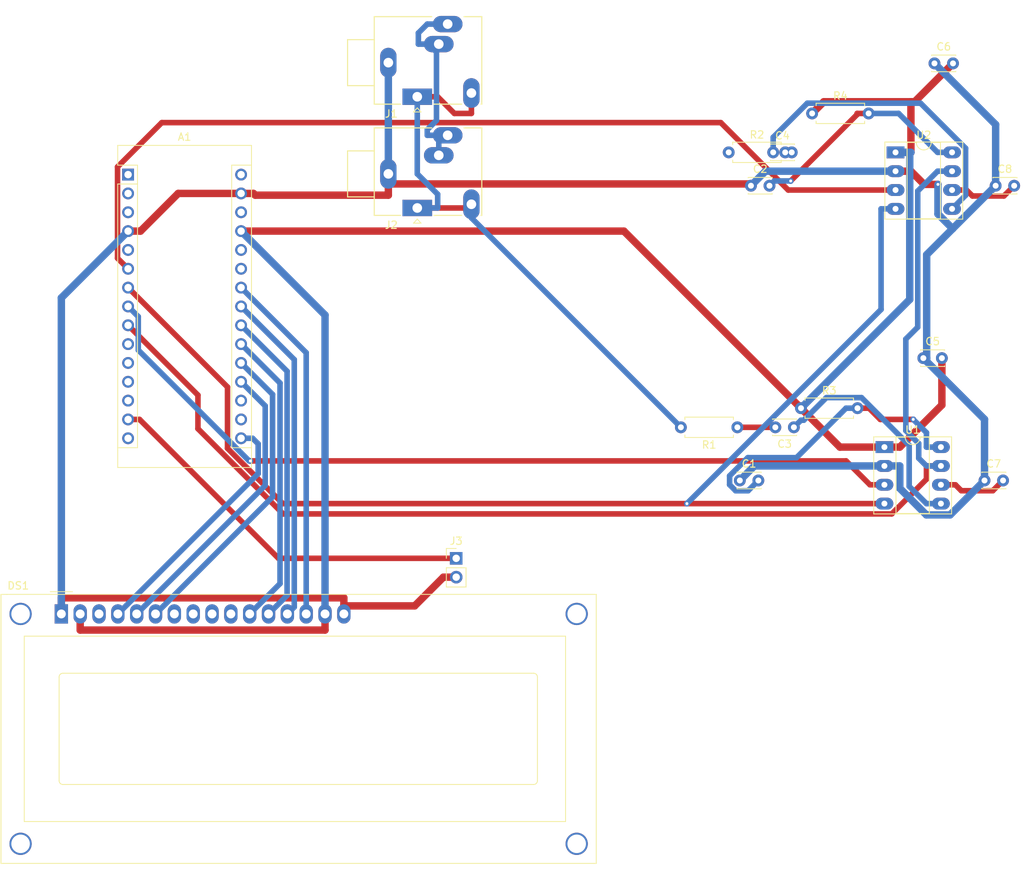
<source format=kicad_pcb>
(kicad_pcb (version 20211014) (generator pcbnew)
  (layers (0 "F.Cu" signal) (31 "B.Cu" signal) (34 "B.Paste" user) (35 "F.Paste" user) (36 "B.SilkS" user "B.Silkscreen") (37 "F.SilkS" user "F.Silkscreen") (38 "B.Mask" user) (39 "F.Mask" user) (44 "Edge.Cuts" user))
  (net 0 "")
  (net 1 "/LCD_RS")
  (net 4 "/WS2813_DRIVE")
  (net 5 "GND")
  (net 9 "VCC")
  (net 14 "/MSGEQ7_RESET")
  (net 15 "/LCD_D7")
  (net 16 "/MSGEQ7_DATA_R")
  (net 17 "/LCD_D6")
  (net 18 "/MSGEQ7_STROBE")
  (net 19 "/LCD_D5")
  (net 20 "/MSGEQ7_DATA_L")
  (net 21 "/LCD_D4")
  (net 23 "/LCD_EN")
  (net 24 "/LCD_RW")
  (net 28 "+3V3")
  (net 30 "Net-(C1-Pad2)")
  (net 31 "Net-(C2-Pad2)")
  (net 32 "Net-(C3-Pad2)")
  (net 33 "Net-(C3-Pad1)")
  (net 34 "Net-(C4-Pad2)")
  (net 35 "Net-(C4-Pad1)")
  (net 36 "Net-(C7-Pad2)")
  (net 37 "Net-(C8-Pad2)")
  (net 42 "/SPK_LEFT")
  (net 43 "/SPK_RIGHT")
  (footprint "Connector_Audio:Jack_3.5mm_Ledino_KB3SPRS_Horizontal" (layer "F.Cu") (at 78.75 39)
    (fp_text reference "J2" (at -3.5 2.3) (layer "F.SilkS"))
    (fp_text value "AudioJack3_SwitchTR")
    (fp_line (start 8.7 -10.8) (end 8.7 1) (layer "F.SilkS") (width 0.15))
    (fp_line (start -5.8 1) (end -5.8 -10.8) (layer "F.SilkS") (width 0.15))
    (fp_line (start -0.5 2.05) (end 0.5 2.05) (layer "F.SilkS") (width 0.12))
    (fp_line (start -5.8 -10.8) (end 1.95 -10.8) (layer "F.SilkS") (width 0.15))
    (fp_line (start -2.25 1) (end -5.8 1) (layer "F.SilkS") (width 0.15))
    (fp_line (start -9.4 -7.7) (end -9.4 -1.5) (layer "F.SilkS") (width 0.15))
    (fp_line (start 6.3 -10.8) (end 8.7 -10.8) (layer "F.SilkS") (width 0.15))
    (fp_line (start -5.8 -7.7) (end -9.4 -7.7) (layer "F.SilkS") (width 0.15))
    (fp_line (start 0.5 2.05) (end 0 1.5) (layer "F.SilkS") (width 0.12))
    (fp_line (start 8.7 1) (end 8.6 1) (layer "F.SilkS") (width 0.15))
    (fp_line (start 0 1.5) (end -0.5 2.05) (layer "F.SilkS") (width 0.12))
    (fp_line (start -9.4 -1.5) (end -5.8 -1.5) (layer "F.SilkS") (width 0.15))
    (fp_line (start 6 1) (end 2.25 1) (layer "F.SilkS") (width 0.15))
    (pad "R" thru_hole oval (at 4.1 -9.8) (size 4 2.2) (drill 1.3) (layers *.Cu *.Mask) (net 42 "/SPK_LEFT"))
    (pad "RN" thru_hole oval (at 2.9 -7.1) (size 4 2.2) (drill 1.3) (layers *.Cu *.Mask) (net 42 "/SPK_LEFT"))
    (pad "S" thru_hole oval (at -3.9 -4.6) (size 2.2 4) (drill 1.3) (layers *.Cu *.Mask) (net 5 "GND"))
    (pad "T" thru_hole rect (at 0 0) (size 4 2.2) (drill 1.3) (layers *.Cu *.Mask) (net 43 "/SPK_RIGHT"))
    (pad "TN" thru_hole oval (at 7.3 -0.5 90) (size 4 2.2) (drill 1.3) (layers *.Cu *.Mask) (net 43 "/SPK_RIGHT"))
  )
  (footprint "Resistor_THT:R_Axial_DIN0207_L6.3mm_D2.5mm_P7.62mm_Horizontal" (layer "F.Cu") (at 121.92 68.58 180)
    (fp_text reference "R1" (at 3.81 -2.37) (layer "F.SilkS"))
    (fp_text value "22k")
    (fp_line (start 0.54 1.37) (end 7.08 1.37) (layer "F.SilkS") (width 0.12))
    (fp_line (start 0.54 -1.37) (end 7.08 -1.37) (layer "F.SilkS") (width 0.12))
    (fp_line (start 7.08 1.37) (end 7.08 1.04) (layer "F.SilkS") (width 0.12))
    (fp_line (start 7.08 -1.37) (end 7.08 -1.04) (layer "F.SilkS") (width 0.12))
    (fp_line (start 0.54 -1.04) (end 0.54 -1.37) (layer "F.SilkS") (width 0.12))
    (fp_line (start 0.54 1.04) (end 0.54 1.37) (layer "F.SilkS") (width 0.12))
    (pad "1" thru_hole circle (at 0 0 180) (size 1.6 1.6) (drill 0.8) (layers *.Cu *.Mask) (net 32 "Net-(C3-Pad2)"))
    (pad "2" thru_hole oval (at 7.62 0 180) (size 1.6 1.6) (drill 0.8) (layers *.Cu *.Mask) (net 43 "/SPK_RIGHT"))
  )
  (footprint "Connector_Audio:Jack_3.5mm_Ledino_KB3SPRS_Horizontal" (layer "F.Cu") (at 78.75 24)
    (fp_text reference "J1" (at -3.5 2.3) (layer "F.SilkS"))
    (fp_text value "AudioJack3_SwitchTR")
    (fp_line (start -5.8 -10.8) (end 1.95 -10.8) (layer "F.SilkS") (width 0.15))
    (fp_line (start -5.8 1) (end -5.8 -10.8) (layer "F.SilkS") (width 0.15))
    (fp_line (start 8.7 -10.8) (end 8.7 1) (layer "F.SilkS") (width 0.15))
    (fp_line (start 6.3 -10.8) (end 8.7 -10.8) (layer "F.SilkS") (width 0.15))
    (fp_line (start 6 1) (end 2.25 1) (layer "F.SilkS") (width 0.15))
    (fp_line (start -9.4 -1.5) (end -5.8 -1.5) (layer "F.SilkS") (width 0.15))
    (fp_line (start -9.4 -7.7) (end -9.4 -1.5) (layer "F.SilkS") (width 0.15))
    (fp_line (start -2.25 1) (end -5.8 1) (layer "F.SilkS") (width 0.15))
    (fp_line (start 0 1.5) (end -0.5 2.05) (layer "F.SilkS") (width 0.12))
    (fp_line (start -5.8 -7.7) (end -9.4 -7.7) (layer "F.SilkS") (width 0.15))
    (fp_line (start 0.5 2.05) (end 0 1.5) (layer "F.SilkS") (width 0.12))
    (fp_line (start -0.5 2.05) (end 0.5 2.05) (layer "F.SilkS") (width 0.12))
    (fp_line (start 8.7 1) (end 8.6 1) (layer "F.SilkS") (width 0.15))
    (pad "R" thru_hole oval (at 4.1 -9.8) (size 4 2.2) (drill 1.3) (layers *.Cu *.Mask) (net 42 "/SPK_LEFT"))
    (pad "RN" thru_hole oval (at 2.9 -7.1) (size 4 2.2) (drill 1.3) (layers *.Cu *.Mask) (net 42 "/SPK_LEFT"))
    (pad "S" thru_hole oval (at -3.9 -4.6) (size 2.2 4) (drill 1.3) (layers *.Cu *.Mask) (net 5 "GND"))
    (pad "T" thru_hole rect (at 0 0) (size 4 2.2) (drill 1.3) (layers *.Cu *.Mask) (net 43 "/SPK_RIGHT"))
    (pad "TN" thru_hole oval (at 7.3 -0.5 90) (size 4 2.2) (drill 1.3) (layers *.Cu *.Mask) (net 43 "/SPK_RIGHT"))
  )
  (footprint "Capacitor_THT:C_Disc_D3.0mm_W2.0mm_P2.50mm" (layer "F.Cu") (at 148.5 19.5)
    (fp_text reference "C6" (at 1.25 -2.25) (layer "F.SilkS"))
    (fp_text value "0.1uF")
    (fp_line (start 2.87 -1.12) (end 2.87 -1.055) (layer "F.SilkS") (width 0.12))
    (fp_line (start -0.37 1.12) (end 2.87 1.12) (layer "F.SilkS") (width 0.12))
    (fp_line (start 2.87 1.055) (end 2.87 1.12) (layer "F.SilkS") (width 0.12))
    (fp_line (start -0.37 -1.12) (end -0.37 -1.055) (layer "F.SilkS") (width 0.12))
    (fp_line (start -0.37 1.055) (end -0.37 1.12) (layer "F.SilkS") (width 0.12))
    (fp_line (start -0.37 -1.12) (end 2.87 -1.12) (layer "F.SilkS") (width 0.12))
    (pad "1" thru_hole circle (at 0 0) (size 1.6 1.6) (drill 0.8) (layers *.Cu *.Mask) (net 5 "GND"))
    (pad "2" thru_hole circle (at 2.5 0) (size 1.6 1.6) (drill 0.8) (layers *.Cu *.Mask) (net 9 "VCC"))
  )
  (footprint "Module:Arduino_Nano" (layer "F.Cu") (at 39.75 34.5)
    (fp_text reference "A1" (at 7.62 -5.08) (layer "F.SilkS"))
    (fp_text value "Arduino_Nano_v3.x")
    (fp_line (start 1.27 36.83) (end -1.4 36.83) (layer "F.SilkS") (width 0.12))
    (fp_line (start 16.64 39.5) (end 16.64 -3.94) (layer "F.SilkS") (width 0.12))
    (fp_line (start 13.97 36.83) (end 16.64 36.83) (layer "F.SilkS") (width 0.12))
    (fp_line (start 16.64 -3.94) (end -1.4 -3.94) (layer "F.SilkS") (width 0.12))
    (fp_line (start 1.27 1.27) (end 1.27 -1.27) (layer "F.SilkS") (width 0.12))
    (fp_line (start 1.27 1.27) (end 1.27 36.83) (layer "F.SilkS") (width 0.12))
    (fp_line (start 1.27 1.27) (end -1.4 1.27) (layer "F.SilkS") (width 0.12))
    (fp_line (start 13.97 -1.27) (end 16.64 -1.27) (layer "F.SilkS") (width 0.12))
    (fp_line (start 13.97 -1.27) (end 13.97 36.83) (layer "F.SilkS") (width 0.12))
    (fp_line (start -1.4 1.27) (end -1.4 39.5) (layer "F.SilkS") (width 0.12))
    (fp_line (start -1.4 -3.94) (end -1.4 -1.27) (layer "F.SilkS") (width 0.12))
    (fp_line (start -1.4 39.5) (end 16.64 39.5) (layer "F.SilkS") (width 0.12))
    (fp_line (start 1.27 -1.27) (end -1.4 -1.27) (layer "F.SilkS") (width 0.12))
    (pad "1" thru_hole rect (at 0 0) (size 1.6 1.6) (drill 1) (layers *.Cu *.Mask))
    (pad "2" thru_hole oval (at 0 2.54) (size 1.6 1.6) (drill 1) (layers *.Cu *.Mask))
    (pad "3" thru_hole oval (at 0 5.08) (size 1.6 1.6) (drill 1) (layers *.Cu *.Mask))
    (pad "4" thru_hole oval (at 0 7.62) (size 1.6 1.6) (drill 1) (layers *.Cu *.Mask) (net 5 "GND"))
    (pad "5" thru_hole oval (at 0 10.16) (size 1.6 1.6) (drill 1) (layers *.Cu *.Mask))
    (pad "6" thru_hole oval (at 0 12.7) (size 1.6 1.6) (drill 1) (layers *.Cu *.Mask) (net 20 "/MSGEQ7_DATA_L"))
    (pad "7" thru_hole oval (at 0 15.24) (size 1.6 1.6) (drill 1) (layers *.Cu *.Mask) (net 18 "/MSGEQ7_STROBE"))
    (pad "8" thru_hole oval (at 0 17.78) (size 1.6 1.6) (drill 1) (layers *.Cu *.Mask) (net 16 "/MSGEQ7_DATA_R"))
    (pad "9" thru_hole oval (at 0 20.32) (size 1.6 1.6) (drill 1) (layers *.Cu *.Mask) (net 14 "/MSGEQ7_RESET"))
    (pad "10" thru_hole oval (at 0 22.86) (size 1.6 1.6) (drill 1) (layers *.Cu *.Mask))
    (pad "11" thru_hole oval (at 0 25.4) (size 1.6 1.6) (drill 1) (layers *.Cu *.Mask))
    (pad "12" thru_hole oval (at 0 27.94) (size 1.6 1.6) (drill 1) (layers *.Cu *.Mask))
    (pad "13" thru_hole oval (at 0 30.48) (size 1.6 1.6) (drill 1) (layers *.Cu *.Mask))
    (pad "14" thru_hole oval (at 0 33.02) (size 1.6 1.6) (drill 1) (layers *.Cu *.Mask) (net 4 "/WS2813_DRIVE"))
    (pad "15" thru_hole oval (at 0 35.56) (size 1.6 1.6) (drill 1) (layers *.Cu *.Mask))
    (pad "16" thru_hole oval (at 15.24 35.56) (size 1.6 1.6) (drill 1) (layers *.Cu *.Mask) (net 1 "/LCD_RS"))
    (pad "17" thru_hole oval (at 15.24 33.02) (size 1.6 1.6) (drill 1) (layers *.Cu *.Mask) (net 28 "+3V3"))
    (pad "18" thru_hole oval (at 15.24 30.48) (size 1.6 1.6) (drill 1) (layers *.Cu *.Mask))
    (pad "19" thru_hole oval (at 15.24 27.94) (size 1.6 1.6) (drill 1) (layers *.Cu *.Mask) (net 24 "/LCD_RW"))
    (pad "20" thru_hole oval (at 15.24 25.4) (size 1.6 1.6) (drill 1) (layers *.Cu *.Mask) (net 23 "/LCD_EN"))
    (pad "21" thru_hole oval (at 15.24 22.86) (size 1.6 1.6) (drill 1) (layers *.Cu *.Mask) (net 21 "/LCD_D4"))
    (pad "22" thru_hole oval (at 15.24 20.32) (size 1.6 1.6) (drill 1) (layers *.Cu *.Mask) (net 19 "/LCD_D5"))
    (pad "23" thru_hole oval (at 15.24 17.78) (size 1.6 1.6) (drill 1) (layers *.Cu *.Mask) (net 17 "/LCD_D6"))
    (pad "24" thru_hole oval (at 15.24 15.24) (size 1.6 1.6) (drill 1) (layers *.Cu *.Mask) (net 15 "/LCD_D7"))
    (pad "25" thru_hole oval (at 15.24 12.7) (size 1.6 1.6) (drill 1) (layers *.Cu *.Mask))
    (pad "26" thru_hole oval (at 15.24 10.16) (size 1.6 1.6) (drill 1) (layers *.Cu *.Mask))
    (pad "27" thru_hole oval (at 15.24 7.62) (size 1.6 1.6) (drill 1) (layers *.Cu *.Mask) (net 9 "VCC"))
    (pad "28" thru_hole oval (at 15.24 5.08) (size 1.6 1.6) (drill 1) (layers *.Cu *.Mask))
    (pad "29" thru_hole oval (at 15.24 2.54) (size 1.6 1.6) (drill 1) (layers *.Cu *.Mask) (net 5 "GND"))
    (pad "30" thru_hole oval (at 15.24 0) (size 1.6 1.6) (drill 1) (layers *.Cu *.Mask))
  )
  (footprint "Capacitor_THT:C_Disc_D3.0mm_W2.0mm_P2.50mm" (layer "F.Cu") (at 122.25 75.75)
    (fp_text reference "C1" (at 1.25 -2.25) (layer "F.SilkS"))
    (fp_text value "33pF")
    (fp_line (start 2.87 1.055) (end 2.87 1.12) (layer "F.SilkS") (width 0.12))
    (fp_line (start -0.37 1.055) (end -0.37 1.12) (layer "F.SilkS") (width 0.12))
    (fp_line (start -0.37 -1.12) (end -0.37 -1.055) (layer "F.SilkS") (width 0.12))
    (fp_line (start 2.87 -1.12) (end 2.87 -1.055) (layer "F.SilkS") (width 0.12))
    (fp_line (start -0.37 -1.12) (end 2.87 -1.12) (layer "F.SilkS") (width 0.12))
    (fp_line (start -0.37 1.12) (end 2.87 1.12) (layer "F.SilkS") (width 0.12))
    (pad "1" thru_hole circle (at 0 0) (size 1.6 1.6) (drill 0.8) (layers *.Cu *.Mask) (net 5 "GND"))
    (pad "2" thru_hole circle (at 2.5 0) (size 1.6 1.6) (drill 0.8) (layers *.Cu *.Mask) (net 30 "Net-(C1-Pad2)"))
  )
  (footprint "Capacitor_THT:C_Disc_D3.0mm_W2.0mm_P2.50mm" (layer "F.Cu") (at 126.75 31.5)
    (fp_text reference "C4" (at 1.25 -2.25) (layer "F.SilkS"))
    (fp_text value "10nF")
    (fp_line (start -0.37 1.12) (end 2.87 1.12) (layer "F.SilkS") (width 0.12))
    (fp_line (start -0.37 1.055) (end -0.37 1.12) (layer "F.SilkS") (width 0.12))
    (fp_line (start 2.87 1.055) (end 2.87 1.12) (layer "F.SilkS") (width 0.12))
    (fp_line (start -0.37 -1.12) (end -0.37 -1.055) (layer "F.SilkS") (width 0.12))
    (fp_line (start 2.87 -1.12) (end 2.87 -1.055) (layer "F.SilkS") (width 0.12))
    (fp_line (start -0.37 -1.12) (end 2.87 -1.12) (layer "F.SilkS") (width 0.12))
    (pad "1" thru_hole circle (at 0 0) (size 1.6 1.6) (drill 0.8) (layers *.Cu *.Mask) (net 35 "Net-(C4-Pad1)"))
    (pad "2" thru_hole circle (at 2.5 0) (size 1.6 1.6) (drill 0.8) (layers *.Cu *.Mask) (net 34 "Net-(C4-Pad2)"))
  )
  (footprint "Resistor_THT:R_Axial_DIN0207_L6.3mm_D2.5mm_P7.62mm_Horizontal" (layer "F.Cu") (at 132 26.25)
    (fp_text reference "R4" (at 3.81 -2.37) (layer "F.SilkS"))
    (fp_text value "200k")
    (fp_line (start 0.54 1.37) (end 7.08 1.37) (layer "F.SilkS") (width 0.12))
    (fp_line (start 7.08 -1.37) (end 7.08 -1.04) (layer "F.SilkS") (width 0.12))
    (fp_line (start 0.54 -1.37) (end 7.08 -1.37) (layer "F.SilkS") (width 0.12))
    (fp_line (start 7.08 1.37) (end 7.08 1.04) (layer "F.SilkS") (width 0.12))
    (fp_line (start 0.54 1.04) (end 0.54 1.37) (layer "F.SilkS") (width 0.12))
    (fp_line (start 0.54 -1.04) (end 0.54 -1.37) (layer "F.SilkS") (width 0.12))
    (pad "1" thru_hole circle (at 0 0) (size 1.6 1.6) (drill 0.8) (layers *.Cu *.Mask) (net 9 "VCC"))
    (pad "2" thru_hole oval (at 7.62 0) (size 1.6 1.6) (drill 0.8) (layers *.Cu *.Mask) (net 31 "Net-(C2-Pad2)"))
  )
  (footprint "Capacitor_THT:C_Disc_D3.0mm_W2.0mm_P2.50mm" (layer "F.Cu") (at 147 59.25)
    (fp_text reference "C5" (at 1.25 -2.25) (layer "F.SilkS"))
    (fp_text value "0.1uF")
    (fp_line (start 2.87 1.055) (end 2.87 1.12) (layer "F.SilkS") (width 0.12))
    (fp_line (start -0.37 1.055) (end -0.37 1.12) (layer "F.SilkS") (width 0.12))
    (fp_line (start 2.87 -1.12) (end 2.87 -1.055) (layer "F.SilkS") (width 0.12))
    (fp_line (start -0.37 -1.12) (end -0.37 -1.055) (layer "F.SilkS") (width 0.12))
    (fp_line (start -0.37 1.12) (end 2.87 1.12) (layer "F.SilkS") (width 0.12))
    (fp_line (start -0.37 -1.12) (end 2.87 -1.12) (layer "F.SilkS") (width 0.12))
    (pad "1" thru_hole circle (at 0 0) (size 1.6 1.6) (drill 0.8) (layers *.Cu *.Mask) (net 5 "GND"))
    (pad "2" thru_hole circle (at 2.5 0) (size 1.6 1.6) (drill 0.8) (layers *.Cu *.Mask) (net 9 "VCC"))
  )
  (footprint "Display:WC1602A" (layer "F.Cu") (at 30.75 93.75)
    (fp_text reference "DS1" (at -5.82 -3.81) (layer "F.SilkS"))
    (fp_text value "WC1602A")
    (fp_line (start 0.2 8) (end 63.7 8) (layer "F.SilkS") (width 0.12))
    (fp_line (start -8.14 -2.64) (end -8.14 33.64) (layer "F.SilkS") (width 0.12))
    (fp_line (start 64.2 8.5) (end 64.2 22.5) (layer "F.SilkS") (width 0.12))
    (fp_line (start 63.70066 23) (end 0.2 23) (layer "F.SilkS") (width 0.12))
    (fp_line (start -5 3) (end 68 3) (layer "F.SilkS") (width 0.12))
    (fp_line (start 72.14 -2.64) (end -7.34 -2.64) (layer "F.SilkS") (width 0.12))
    (fp_line (start -8.13 -2.64) (end -7.34 -2.64) (layer "F.SilkS") (width 0.12))
    (fp_line (start -5 28) (end -5 3) (layer "F.SilkS") (width 0.12))
    (fp_line (start 68 28) (end -5 28) (layer "F.SilkS") (width 0.12))
    (fp_line (start 68 3) (end 68 28) (layer "F.SilkS") (width 0.12))
    (fp_line (start -1.5 -3) (end 1.5 -3) (layer "F.SilkS") (width 0.12))
    (fp_line (start -8.14 33.64) (end 72.14 33.64) (layer "F.SilkS") (width 0.12))
    (fp_line (start -0.29972 22.49932) (end -0.29972 8.5) (layer "F.SilkS") (width 0.12))
    (fp_line (start 72.14 33.64) (end 72.14 -2.64) (layer "F.SilkS") (width 0.12))
    (fp_arc (start 0.20066 22.9997) (mid -0.153162 22.853142) (end -0.29972 22.49932) (layer "F.SilkS") (width 0.12))
    (fp_arc (start -0.29972 8.49884) (mid -0.153162 8.145018) (end 0.20066 7.99846) (layer "F.SilkS") (width 0.12))
    (fp_arc (start 64.20104 22.49932) (mid 64.054482 22.853142) (end 63.70066 22.9997) (layer "F.SilkS") (width 0.12))
    (fp_arc (start 63.7 8) (mid 64.053553 8.146447) (end 64.2 8.5) (layer "F.SilkS") (width 0.12))
    (pad "" thru_hole circle (at 69.49948 31.0007) (size 3 3) (drill 2.5) (layers *.Cu *.Mask))
    (pad "" thru_hole circle (at -5.4991 0) (size 3 3) (drill 2.5) (layers *.Cu *.Mask))
    (pad "" thru_hole circle (at 69.5 0) (size 3 3) (drill 2.5) (layers *.Cu *.Mask))
    (pad "" thru_hole circle (at -5.4991 31.0007) (size 3 3) (drill 2.5) (layers *.Cu *.Mask))
    (pad "1" thru_hole rect (at 0 0) (size 1.8 2.6) (drill 1.2) (layers *.Cu *.Mask) (net 5 "GND"))
    (pad "2" thru_hole oval (at 2.54 0) (size 1.8 2.6) (drill 1.2) (layers *.Cu *.Mask) (net 9 "VCC"))
    (pad "3" thru_hole oval (at 5.08 0) (size 1.8 2.6) (drill 1.2) (layers *.Cu *.Mask))
    (pad "4" thru_hole oval (at 7.62 0) (size 1.8 2.6) (drill 1.2) (layers *.Cu *.Mask) (net 1 "/LCD_RS"))
    (pad "5" thru_hole oval (at 10.16 0) (size 1.8 2.6) (drill 1.2) (layers *.Cu *.Mask) (net 24 "/LCD_RW"))
    (pad "6" thru_hole oval (at 12.7 0) (size 1.8 2.6) (drill 1.2) (layers *.Cu *.Mask) (net 23 "/LCD_EN"))
    (pad "7" thru_hole oval (at 15.24 0) (size 1.8 2.6) (drill 1.2) (layers *.Cu *.Mask))
    (pad "8" thru_hole oval (at 17.78 0) (size 1.8 2.6) (drill 1.2) (layers *.Cu *.Mask))
    (pad "9" thru_hole oval (at 20.32 0) (size 1.8 2.6) (drill 1.2) (layers *.Cu *.Mask))
    (pad "10" thru_hole oval (at 22.86 0) (size 1.8 2.6) (drill 1.2) (layers *.Cu *.Mask))
    (pad "11" thru_hole oval (at 25.4 0) (size 1.8 2.6) (drill 1.2) (layers *.Cu *.Mask) (net 21 "/LCD_D4"))
    (pad "12" thru_hole oval (at 27.94 0) (size 1.8 2.6) (drill 1.2) (layers *.Cu *.Mask) (net 19 "/LCD_D5"))
    (pad "13" thru_hole oval (at 30.48 0) (size 1.8 2.6) (drill 1.2) (layers *.Cu *.Mask) (net 17 "/LCD_D6"))
    (pad "14" thru_hole oval (at 33.02 0) (size 1.8 2.6) (drill 1.2) (layers *.Cu *.Mask) (net 15 "/LCD_D7"))
    (pad "15" thru_hole oval (at 35.56 0) (size 1.8 2.6) (drill 1.2) (layers *.Cu *.Mask) (net 9 "VCC"))
    (pad "16" thru_hole oval (at 38.1 0) (size 1.8 2.6) (drill 1.2) (layers *.Cu *.Mask) (net 5 "GND"))
  )
  (footprint "Capacitor_THT:C_Disc_D3.0mm_W2.0mm_P2.50mm" (layer "F.Cu") (at 156.75 36)
    (fp_text reference "C8" (at 1.25 -2.25) (layer "F.SilkS"))
    (fp_text value "0.1 uF")
    (fp_line (start -0.37 1.12) (end 2.87 1.12) (layer "F.SilkS") (width 0.12))
    (fp_line (start -0.37 -1.12) (end -0.37 -1.055) (layer "F.SilkS") (width 0.12))
    (fp_line (start 2.87 1.055) (end 2.87 1.12) (layer "F.SilkS") (width 0.12))
    (fp_line (start -0.37 -1.12) (end 2.87 -1.12) (layer "F.SilkS") (width 0.12))
    (fp_line (start -0.37 1.055) (end -0.37 1.12) (layer "F.SilkS") (width 0.12))
    (fp_line (start 2.87 -1.12) (end 2.87 -1.055) (layer "F.SilkS") (width 0.12))
    (pad "1" thru_hole circle (at 0 0) (size 1.6 1.6) (drill 0.8) (layers *.Cu *.Mask) (net 5 "GND"))
    (pad "2" thru_hole circle (at 2.5 0) (size 1.6 1.6) (drill 0.8) (layers *.Cu *.Mask) (net 37 "Net-(C8-Pad2)"))
  )
  (footprint "Package_DIP:DIP-8_W7.62mm_Socket_LongPads" (layer "F.Cu") (at 141.75 71.25)
    (fp_text reference "U1" (at 3.81 -2.33) (layer "F.SilkS"))
    (fp_text value "MSGEQ7")
    (fp_line (start 9.06 -1.39) (end -1.44 -1.39) (layer "F.SilkS") (width 0.12))
    (fp_line (start 9.06 9.01) (end 9.06 -1.39) (layer "F.SilkS") (width 0.12))
    (fp_line (start 6.06 8.95) (end 6.06 -1.33) (layer "F.SilkS") (width 0.12))
    (fp_line (start -1.44 -1.39) (end -1.44 9.01) (layer "F.SilkS") (width 0.12))
    (fp_line (start 1.56 -1.33) (end 1.56 8.95) (layer "F.SilkS") (width 0.12))
    (fp_line (start 1.56 8.95) (end 6.06 8.95) (layer "F.SilkS") (width 0.12))
    (fp_line (start 6.06 -1.33) (end 4.81 -1.33) (layer "F.SilkS") (width 0.12))
    (fp_line (start -1.44 9.01) (end 9.06 9.01) (layer "F.SilkS") (width 0.12))
    (fp_line (start 2.81 -1.33) (end 1.56 -1.33) (layer "F.SilkS") (width 0.12))
    (fp_arc (start 4.81 -1.33) (mid 3.81 -0.33) (end 2.81 -1.33) (layer "F.SilkS") (width 0.12))
    (pad "1" thru_hole rect (at 0 0) (size 2.4 1.6) (drill 0.8) (layers *.Cu *.Mask) (net 9 "VCC"))
    (pad "2" thru_hole oval (at 0 2.54) (size 2.4 1.6) (drill 0.8) (layers *.Cu *.Mask) (net 5 "GND"))
    (pad "3" thru_hole oval (at 0 5.08) (size 2.4 1.6) (drill 0.8) (layers *.Cu *.Mask) (net 16 "/MSGEQ7_DATA_R"))
    (pad "4" thru_hole oval (at 0 7.62) (size 2.4 1.6) (drill 0.8) (layers *.Cu *.Mask) (net 18 "/MSGEQ7_STROBE"))
    (pad "5" thru_hole oval (at 7.62 7.62) (size 2.4 1.6) (drill 0.8) (layers *.Cu *.Mask) (net 33 "Net-(C3-Pad1)"))
    (pad "6" thru_hole oval (at 7.62 5.08) (size 2.4 1.6) (drill 0.8) (layers *.Cu *.Mask) (net 36 "Net-(C7-Pad2)"))
    (pad "7" thru_hole oval (at 7.62 2.54) (size 2.4 1.6) (drill 0.8) (layers *.Cu *.Mask) (net 14 "/MSGEQ7_RESET"))
    (pad "8" thru_hole oval (at 7.62 0) (size 2.4 1.6) (drill 0.8) (layers *.Cu *.Mask) (net 30 "Net-(C1-Pad2)"))
  )
  (footprint "Capacitor_THT:C_Disc_D3.0mm_W2.0mm_P2.50mm" (layer "F.Cu") (at 155.25 75.75)
    (fp_text reference "C7" (at 1.25 -2.25) (layer "F.SilkS"))
    (fp_text value "0.1 uF")
    (fp_line (start -0.37 -1.12) (end 2.87 -1.12) (layer "F.SilkS") (width 0.12))
    (fp_line (start -0.37 1.055) (end -0.37 1.12) (layer "F.SilkS") (width 0.12))
    (fp_line (start -0.37 1.12) (end 2.87 1.12) (layer "F.SilkS") (width 0.12))
    (fp_line (start -0.37 -1.12) (end -0.37 -1.055) (layer "F.SilkS") (width 0.12))
    (fp_line (start 2.87 1.055) (end 2.87 1.12) (layer "F.SilkS") (width 0.12))
    (fp_line (start 2.87 -1.12) (end 2.87 -1.055) (layer "F.SilkS") (width 0.12))
    (pad "1" thru_hole circle (at 0 0) (size 1.6 1.6) (drill 0.8) (layers *.Cu *.Mask) (net 5 "GND"))
    (pad "2" thru_hole circle (at 2.5 0) (size 1.6 1.6) (drill 0.8) (layers *.Cu *.Mask) (net 36 "Net-(C7-Pad2)"))
  )
  (footprint "Resistor_THT:R_Axial_DIN0207_L6.3mm_D2.5mm_P7.62mm_Horizontal" (layer "F.Cu") (at 120.75 31.5)
    (fp_text reference "R2" (at 3.81 -2.37) (layer "F.SilkS"))
    (fp_text value "22k")
    (fp_line (start 7.08 1.37) (end 7.08 1.04) (layer "F.SilkS") (width 0.12))
    (fp_line (start 0.54 -1.04) (end 0.54 -1.37) (layer "F.SilkS") (width 0.12))
    (fp_line (start 0.54 1.04) (end 0.54 1.37) (layer "F.SilkS") (width 0.12))
    (fp_line (start 7.08 -1.37) (end 7.08 -1.04) (layer "F.SilkS") (width 0.12))
    (fp_line (start 0.54 1.37) (end 7.08 1.37) (layer "F.SilkS") (width 0.12))
    (fp_line (start 0.54 -1.37) (end 7.08 -1.37) (layer "F.SilkS") (width 0.12))
    (pad "1" thru_hole circle (at 0 0) (size 1.6 1.6) (drill 0.8) (layers *.Cu *.Mask) (net 34 "Net-(C4-Pad2)"))
    (pad "2" thru_hole oval (at 7.62 0) (size 1.6 1.6) (drill 0.8) (layers *.Cu *.Mask) (net 42 "/SPK_LEFT"))
  )
  (footprint "Connector_PinHeader_2.54mm:PinHeader_1x02_P2.54mm_Vertical" (layer "F.Cu") (at 84 86.25)
    (fp_text reference "J3" (at 0 -2.33) (layer "F.SilkS"))
    (fp_text value "Conn_01x02_Male")
    (fp_line (start -1.33 3.87) (end 1.33 3.87) (layer "F.SilkS") (width 0.12))
    (fp_line (start -1.33 0) (end -1.33 -1.33) (layer "F.SilkS") (width 0.12))
    (fp_line (start -1.33 -1.33) (end 0 -1.33) (layer "F.SilkS") (width 0.12))
    (fp_line (start 1.33 1.27) (end 1.33 3.87) (layer "F.SilkS") (width 0.12))
    (fp_line (start -1.33 1.27) (end -1.33 3.87) (layer "F.SilkS") (width 0.12))
    (fp_line (start -1.33 1.27) (end 1.33 1.27) (layer "F.SilkS") (width 0.12))
    (pad "1" thru_hole rect (at 0 0) (size 1.7 1.7) (drill 1) (layers *.Cu *.Mask) (net 4 "/WS2813_DRIVE"))
    (pad "2" thru_hole oval (at 0 2.54) (size 1.7 1.7) (drill 1) (layers *.Cu *.Mask) (net 5 "GND"))
  )
  (footprint "Capacitor_THT:C_Disc_D3.0mm_W2.0mm_P2.50mm" (layer "F.Cu") (at 129.54 68.58 180)
    (fp_text reference "C3" (at 1.25 -2.25) (layer "F.SilkS"))
    (fp_text value "10nF")
    (fp_line (start 2.87 1.055) (end 2.87 1.12) (layer "F.SilkS") (width 0.12))
    (fp_line (start -0.37 1.055) (end -0.37 1.12) (layer "F.SilkS") (width 0.12))
    (fp_line (start -0.37 1.12) (end 2.87 1.12) (layer "F.SilkS") (width 0.12))
    (fp_line (start -0.37 -1.12) (end -0.37 -1.055) (layer "F.SilkS") (width 0.12))
    (fp_line (start 2.87 -1.12) (end 2.87 -1.055) (layer "F.SilkS") (width 0.12))
    (fp_line (start -0.37 -1.12) (end 2.87 -1.12) (layer "F.SilkS") (width 0.12))
    (pad "1" thru_hole circle (at 0 0 180) (size 1.6 1.6) (drill 0.8) (layers *.Cu *.Mask) (net 33 "Net-(C3-Pad1)"))
    (pad "2" thru_hole circle (at 2.5 0 180) (size 1.6 1.6) (drill 0.8) (layers *.Cu *.Mask) (net 32 "Net-(C3-Pad2)"))
  )
  (footprint "Capacitor_THT:C_Disc_D3.0mm_W2.0mm_P2.50mm" (layer "F.Cu") (at 123.75 36)
    (fp_text reference "C2" (at 1.25 -2.25) (layer "F.SilkS"))
    (fp_text value "33pF")
    (fp_line (start -0.37 -1.12) (end 2.87 -1.12) (layer "F.SilkS") (width 0.12))
    (fp_line (start -0.37 1.055) (end -0.37 1.12) (layer "F.SilkS") (width 0.12))
    (fp_line (start -0.37 1.12) (end 2.87 1.12) (layer "F.SilkS") (width 0.12))
    (fp_line (start -0.37 -1.12) (end -0.37 -1.055) (layer "F.SilkS") (width 0.12))
    (fp_line (start 2.87 -1.12) (end 2.87 -1.055) (layer "F.SilkS") (width 0.12))
    (fp_line (start 2.87 1.055) (end 2.87 1.12) (layer "F.SilkS") (width 0.12))
    (pad "1" thru_hole circle (at 0 0) (size 1.6 1.6) (drill 0.8) (layers *.Cu *.Mask) (net 5 "GND"))
    (pad "2" thru_hole circle (at 2.5 0) (size 1.6 1.6) (drill 0.8) (layers *.Cu *.Mask) (net 31 "Net-(C2-Pad2)"))
  )
  (footprint "Package_DIP:DIP-8_W7.62mm_Socket_LongPads" (layer "F.Cu") (at 143.25 31.5)
    (fp_text reference "U2" (at 3.81 -2.33) (layer "F.SilkS"))
    (fp_text value "MSGEQ7")
    (fp_line (start 9.06 9.01) (end 9.06 -1.39) (layer "F.SilkS") (width 0.12))
    (fp_line (start 2.81 -1.33) (end 1.56 -1.33) (layer "F.SilkS") (width 0.12))
    (fp_line (start 1.56 -1.33) (end 1.56 8.95) (layer "F.SilkS") (width 0.12))
    (fp_line (start 9.06 -1.39) (end -1.44 -1.39) (layer "F.SilkS") (width 0.12))
    (fp_line (start -1.44 -1.39) (end -1.44 9.01) (layer "F.SilkS") (width 0.12))
    (fp_line (start 6.06 -1.33) (end 4.81 -1.33) (layer "F.SilkS") (width 0.12))
    (fp_line (start 1.56 8.95) (end 6.06 8.95) (layer "F.SilkS") (width 0.12))
    (fp_line (start 6.06 8.95) (end 6.06 -1.33) (layer "F.SilkS") (width 0.12))
    (fp_line (start -1.44 9.01) (end 9.06 9.01) (layer "F.SilkS") (width 0.12))
    (fp_arc (start 4.81 -1.33) (mid 3.81 -0.33) (end 2.81 -1.33) (layer "F.SilkS") (width 0.12))
    (pad "1" thru_hole rect (at 0 0) (size 2.4 1.6) (drill 0.8) (layers *.Cu *.Mask) (net 9 "VCC"))
    (pad "2" thru_hole oval (at 0 2.54) (size 2.4 1.6) (drill 0.8) (layers *.Cu *.Mask) (net 5 "GND"))
    (pad "3" thru_hole oval (at 0 5.08) (size 2.4 1.6) (drill 0.8) (layers *.Cu *.Mask) (net 20 "/MSGEQ7_DATA_L"))
    (pad "4" thru_hole oval (at 0 7.62) (size 2.4 1.6) (drill 0.8) (layers *.Cu *.Mask) (net 18 "/MSGEQ7_STROBE"))
    (pad "5" thru_hole oval (at 7.62 7.62) (size 2.4 1.6) (drill 0.8) (layers *.Cu *.Mask) (net 35 "Net-(C4-Pad1)"))
    (pad "6" thru_hole oval (at 7.62 5.08) (size 2.4 1.6) (drill 0.8) (layers *.Cu *.Mask) (net 37 "Net-(C8-Pad2)"))
    (pad "7" thru_hole oval (at 7.62 2.54) (size 2.4 1.6) (drill 0.8) (layers *.Cu *.Mask) (net 14 "/MSGEQ7_RESET"))
    (pad "8" thru_hole oval (at 7.62 0) (size 2.4 1.6) (drill 0.8) (layers *.Cu *.Mask) (net 31 "Net-(C2-Pad2)"))
  )
  (footprint "Resistor_THT:R_Axial_DIN0207_L6.3mm_D2.5mm_P7.62mm_Horizontal" (layer "F.Cu") (at 130.5 66)
    (fp_text reference "R3" (at 3.81 -2.37) (layer "F.SilkS"))
    (fp_text value "200k")
    (fp_line (start 7.08 1.37) (end 7.08 1.04) (layer "F.SilkS") (width 0.12))
    (fp_line (start 0.54 1.37) (end 7.08 1.37) (layer "F.SilkS") (width 0.12))
    (fp_line (start 0.54 -1.04) (end 0.54 -1.37) (layer "F.SilkS") (width 0.12))
    (fp_line (start 0.54 -1.37) (end 7.08 -1.37) (layer "F.SilkS") (width 0.12))
    (fp_line (start 0.54 1.04) (end 0.54 1.37) (layer "F.SilkS") (width 0.12))
    (fp_line (start 7.08 -1.37) (end 7.08 -1.04) (layer "F.SilkS") (width 0.12))
    (pad "1" thru_hole circle (at 0 0) (size 1.6 1.6) (drill 0.8) (layers *.Cu *.Mask) (net 9 "VCC"))
    (pad "2" thru_hole oval (at 7.62 0) (size 1.6 1.6) (drill 0.8) (layers *.Cu *.Mask) (net 30 "Net-(C1-Pad2)"))
  )
  (segment (start 57.293 74.827) (end 38.37 93.75) (width 0.75) (layer "B.Cu") (net 1))
  (segment (start 57.293 70.813) (end 57.293 74.827) (width 0.75) (layer "B.Cu") (net 1))
  (segment (start 54.99 70.06) (end 56.54 70.06) (width 0.75) (layer "B.Cu") (net 1))
  (segment (start 56.54 70.06) (end 57.293 70.813) (width 0.75) (layer "B.Cu") (net 1))
  (segment (start 41.3 67.52) (end 60.03 86.25) (width 0.75) (layer "F.Cu") (net 4))
  (segment (start 39.75 67.52) (end 41.3 67.52) (width 0.75) (layer "F.Cu") (net 4))
  (segment (start 60.03 86.25) (end 84 86.25) (width 0.75) (layer "F.Cu") (net 4))
  (segment (start 147.105 35.82) (end 148.9696 35.82) (width 1) (layer "F.Cu") (net 5))
  (segment (start 68.85 92.6625) (end 78.4025 92.6625) (width 1) (layer "F.Cu") (net 5))
  (segment (start 56.9 37.275) (end 74.85 37.275) (width 1) (layer "F.Cu") (net 5))
  (segment (start 123.5087 35.7587) (end 123.75 36) (width 1) (layer "F.Cu") (net 5))
  (segment (start 56.665 37.04) (end 56.9 37.275) (width 1) (layer "F.Cu") (net 5))
  (segment (start 68.85 93.75) (end 68.85 92.6625) (width 1) (layer "F.Cu") (net 5))
  (segment (start 145.325 34.04) (end 147.105 35.82) (width 1) (layer "F.Cu") (net 5))
  (segment (start 78.4025 92.6625) (end 82.275 88.79) (width 1) (layer "F.Cu") (net 5))
  (segment (start 74.85 35.8375) (end 74.85 37.275) (width 1) (layer "F.Cu") (net 5))
  (segment (start 74.85 34.4) (end 74.85 35.8375) (width 1) (layer "F.Cu") (net 5))
  (segment (start 30.75 91.575) (end 68.85 91.575) (width 1) (layer "F.Cu") (net 5))
  (segment (start 68.85 92.6625) (end 68.85 91.575) (width 1) (layer "F.Cu") (net 5))
  (segment (start 46.505 37.04) (end 54.99 37.04) (width 1) (layer "F.Cu") (net 5))
  (segment (start 39.75 42.12) (end 41.425 42.12) (width 1) (layer "F.Cu") (net 5))
  (segment (start 143.25 34.04) (end 145.325 34.04) (width 1) (layer "F.Cu") (net 5))
  (segment (start 41.425 42.12) (end 46.505 37.04) (width 1) (layer "F.Cu") (net 5))
  (segment (start 74.85 35.8375) (end 74.9288 35.7587) (width 1) (layer "F.Cu") (net 5))
  (segment (start 30.75 93.75) (end 30.75 91.575) (width 1) (layer "F.Cu") (net 5))
  (segment (start 84 88.79) (end 82.275 88.79) (width 1) (layer "F.Cu") (net 5))
  (segment (start 74.9288 35.7587) (end 123.5087 35.7587) (width 1) (layer "F.Cu") (net 5))
  (segment (start 54.99 37.04) (end 56.665 37.04) (width 1) (layer "F.Cu") (net 5))
  (via (at 148.9696 35.82) (size 0.8) (drill 0.4) (layers "F.Cu" "B.Cu") (net 5))
  (segment (start 125.71 34.04) (end 143.25 34.04) (width 1) (layer "B.Cu") (net 5))
  (segment (start 147.4475 45.3025) (end 147.4475 59.25) (width 1) (layer "B.Cu") (net 5))
  (segment (start 155.25 67.5) (end 155.25 75.75) (width 1) (layer "B.Cu") (net 5))
  (segment (start 150.9526 41.7974) (end 147.4475 45.3025) (width 1) (layer "B.Cu") (net 5))
  (segment (start 74.85 19.4) (end 74.85 34.4) (width 1) (layer "B.Cu") (net 5))
  (segment (start 147.4475 59.6975) (end 155.25 67.5) (width 1) (layer "B.Cu") (net 5))
  (segment (start 148.5 19.5) (end 156.75 27.75) (width 1) (layer "B.Cu") (net 5))
  (segment (start 147 59.25) (end 147.4475 59.25) (width 1) (layer "B.Cu") (net 5))
  (segment (start 141.75 73.79) (end 143.825 73.79) (width 1) (layer "B.Cu") (net 5))
  (segment (start 148.9696 39.8144) (end 148.9696 35.82) (width 1) (layer "B.Cu") (net 5))
  (segment (start 150.9526 41.7974) (end 148.9696 39.8144) (width 1) (layer "B.Cu") (net 5))
  (segment (start 143.825 73.79) (end 143.825 76.8054) (width 1) (layer "B.Cu") (net 5))
  (segment (start 147.4475 59.25) (end 147.4475 59.6975) (width 1) (layer "B.Cu") (net 5))
  (segment (start 156.75 36) (end 150.9526 41.7974) (width 1) (layer "B.Cu") (net 5))
  (segment (start 150.6078 80.3922) (end 155.25 75.75) (width 1) (layer "B.Cu") (net 5))
  (segment (start 124.21 73.79) (end 141.75 73.79) (width 1) (layer "B.Cu") (net 5))
  (segment (start 143.825 76.8054) (end 147.4118 80.3922) (width 1) (layer "B.Cu") (net 5))
  (segment (start 30.75 93.75) (end 30.75 51.12) (width 1) (layer "B.Cu") (net 5))
  (segment (start 123.75 36) (end 125.71 34.04) (width 1) (layer "B.Cu") (net 5))
  (segment (start 156.75 27.75) (end 156.75 36) (width 1) (layer "B.Cu") (net 5))
  (segment (start 147.4118 80.3922) (end 150.6078 80.3922) (width 1) (layer "B.Cu") (net 5))
  (segment (start 122.25 75.75) (end 124.21 73.79) (width 1) (layer "B.Cu") (net 5))
  (segment (start 30.75 51.12) (end 39.75 42.12) (width 1) (layer "B.Cu") (net 5))
  (segment (start 66.31 93.75) (end 66.31 95.925) (width 1) (layer "F.Cu") (net 9))
  (segment (start 54.99 42.12) (end 106.62 42.12) (width 1) (layer "F.Cu") (net 9))
  (segment (start 145.325 24.6706) (end 145.325 31.5) (width 1) (layer "F.Cu") (net 9))
  (segment (start 151 19.5) (end 145.8294 24.6706) (width 1) (layer "F.Cu") (net 9))
  (segment (start 143.25 31.5) (end 145.325 31.5) (width 1) (layer "F.Cu") (net 9))
  (segment (start 133.5794 24.6706) (end 145.325 24.6706) (width 1) (layer "F.Cu") (net 9))
  (segment (start 33.29 95.925) (end 66.31 95.925) (width 1) (layer "F.Cu") (net 9))
  (segment (start 132 26.25) (end 133.5794 24.6706) (width 1) (layer "F.Cu") (net 9))
  (segment (start 33.29 93.75) (end 33.29 95.925) (width 1) (layer "F.Cu") (net 9))
  (segment (start 149.5 59.25) (end 149.5 65.575) (width 1) (layer "F.Cu") (net 9))
  (segment (start 130.5 66) (end 135.75 71.25) (width 1) (layer "F.Cu") (net 9))
  (segment (start 106.62 42.12) (end 130.5 66) (width 1) (layer "F.Cu") (net 9))
  (segment (start 141.75 71.25) (end 143.825 71.25) (width 1) (layer "F.Cu") (net 9))
  (segment (start 135.75 71.25) (end 141.75 71.25) (width 1) (layer "F.Cu") (net 9))
  (segment (start 145.8294 24.6706) (end 145.325 24.6706) (width 1) (layer "F.Cu") (net 9))
  (segment (start 149.5 65.575) (end 143.825 71.25) (width 1) (layer "F.Cu") (net 9))
  (segment (start 145.1658 31.6592) (end 145.325 31.5) (width 1) (layer "B.Cu") (net 9))
  (segment (start 66.31 53.44) (end 66.31 93.75) (width 1) (layer "B.Cu") (net 9))
  (segment (start 54.99 42.12) (end 66.31 53.44) (width 1) (layer "B.Cu") (net 9))
  (segment (start 130.5 66) (end 145.1658 51.3342) (width 1) (layer "B.Cu") (net 9))
  (segment (start 143.25 31.5) (end 145.325 31.5) (width 1) (layer "B.Cu") (net 9))
  (segment (start 145.1658 51.3342) (end 145.1658 31.6592) (width 1) (layer "B.Cu") (net 9))
  (segment (start 60.6627 80.262) (end 142.7345 80.262) (width 0.75) (layer "F.Cu") (net 14))
  (segment (start 49.1704 64.2404) (end 49.1704 68.7697) (width 0.75) (layer "F.Cu") (net 14))
  (segment (start 147.42 75.5765) (end 147.42 73.79) (width 0.75) (layer "F.Cu") (net 14))
  (segment (start 142.7345 80.262) (end 147.42 75.5765) (width 0.75) (layer "F.Cu") (net 14))
  (segment (start 149.37 73.79) (end 147.42 73.79) (width 0.75) (layer "F.Cu") (net 14))
  (segment (start 49.1704 68.7697) (end 60.6627 80.262) (width 0.75) (layer "F.Cu") (net 14))
  (segment (start 39.75 54.82) (end 49.1704 64.2404) (width 0.75) (layer "F.Cu") (net 14))
  (segment (start 149.37 73.79) (end 147.42 73.79) (width 0.75) (layer "B.Cu") (net 14))
  (segment (start 144.6371 69.0268) (end 144.6371 56.6782) (width 0.75) (layer "B.Cu") (net 14))
  (segment (start 147.42 73.79) (end 146.376 72.746) (width 0.75) (layer "B.Cu") (net 14))
  (segment (start 146.2413 55.074) (end 146.2413 36.7187) (width 0.75) (layer "B.Cu") (net 14))
  (segment (start 146.2413 36.7187) (end 148.92 34.04) (width 0.75) (layer "B.Cu") (net 14))
  (segment (start 146.376 70.7657) (end 144.6371 69.0268) (width 0.75) (layer "B.Cu") (net 14))
  (segment (start 146.376 72.746) (end 146.376 70.7657) (width 0.75) (layer "B.Cu") (net 14))
  (segment (start 150.87 34.04) (end 148.92 34.04) (width 0.75) (layer "B.Cu") (net 14))
  (segment (start 144.6371 56.6782) (end 146.2413 55.074) (width 0.75) (layer "B.Cu") (net 14))
  (segment (start 54.99 49.74) (end 63.77 58.52) (width 0.75) (layer "B.Cu") (net 15))
  (segment (start 63.77 58.52) (end 63.77 93.75) (width 0.75) (layer "B.Cu") (net 15))
  (segment (start 139.8 76.33) (end 136.5824 73.1124) (width 0.75) (layer "F.Cu") (net 16))
  (segment (start 141.75 76.33) (end 139.8 76.33) (width 0.75) (layer "F.Cu") (net 16))
  (segment (start 136.5824 73.1124) (end 56.2362 73.1124) (width 0.75) (layer "F.Cu") (net 16))
  (via (at 56.2362 73.1124) (size 0.8) (drill 0.4) (layers "F.Cu" "B.Cu") (net 16))
  (segment (start 41.1254 53.6554) (end 41.1254 58.1617) (width 0.75) (layer "B.Cu") (net 16))
  (segment (start 39.75 52.28) (end 41.1254 53.6554) (width 0.75) (layer "B.Cu") (net 16))
  (segment (start 41.1254 58.1617) (end 56.0761 73.1124) (width 0.75) (layer "B.Cu") (net 16))
  (segment (start 56.0761 73.1124) (end 56.2362 73.1124) (width 0.75) (layer "B.Cu") (net 16))
  (segment (start 62.1615 92.8185) (end 61.23 93.75) (width 0.75) (layer "B.Cu") (net 17))
  (segment (start 54.99 52.28) (end 62.1615 59.4515) (width 0.75) (layer "B.Cu") (net 17))
  (segment (start 62.1615 59.4515) (end 62.1615 92.8185) (width 0.75) (layer "B.Cu") (net 17))
  (segment (start 53.1578 63.1478) (end 53.1578 71.4132) (width 0.75) (layer "F.Cu") (net 18))
  (segment (start 60.6146 78.87) (end 115.1145 78.87) (width 0.75) (layer "F.Cu") (net 18))
  (segment (start 53.1578 71.4132) (end 60.6146 78.87) (width 0.75) (layer "F.Cu") (net 18))
  (segment (start 39.75 49.74) (end 53.1578 63.1478) (width 0.75) (layer "F.Cu") (net 18))
  (segment (start 115.1145 78.87) (end 141.75 78.87) (width 0.75) (layer "F.Cu") (net 18))
  (via (at 115.1145 78.87) (size 0.8) (drill 0.4) (layers "F.Cu" "B.Cu") (net 18))
  (segment (start 141.3 39.12) (end 141.3 52.6845) (width 0.75) (layer "B.Cu") (net 18))
  (segment (start 141.3 52.6845) (end 115.1145 78.87) (width 0.75) (layer "B.Cu") (net 18))
  (segment (start 143.25 39.12) (end 141.3 39.12) (width 0.75) (layer "B.Cu") (net 18))
  (segment (start 61.1916 61.0216) (end 61.1916 91.2484) (width 0.75) (layer "B.Cu") (net 19))
  (segment (start 54.99 54.82) (end 61.1916 61.0216) (width 0.75) (layer "B.Cu") (net 19))
  (segment (start 61.1916 91.2484) (end 58.69 93.75) (width 0.75) (layer "B.Cu") (net 19))
  (segment (start 128.7752 36.58) (end 143.25 36.58) (width 0.75) (layer "F.Cu") (net 20))
  (segment (start 44.2925 27.4887) (end 119.6839 27.4887) (width 0.75) (layer "F.Cu") (net 20))
  (segment (start 39.75 47.2) (end 38.3277 45.7777) (width 0.75) (layer "F.Cu") (net 20))
  (segment (start 38.3277 33.4535) (end 44.2925 27.4887) (width 0.75) (layer "F.Cu") (net 20))
  (segment (start 38.3277 45.7777) (end 38.3277 33.4535) (width 0.75) (layer "F.Cu") (net 20))
  (segment (start 119.6839 27.4887) (end 128.7752 36.58) (width 0.75) (layer "F.Cu") (net 20))
  (segment (start 54.99 57.36) (end 60.2402 62.6102) (width 0.75) (layer "B.Cu") (net 21))
  (segment (start 60.2402 62.6102) (end 60.2402 89.6598) (width 0.75) (layer "B.Cu") (net 21))
  (segment (start 60.2402 89.6598) (end 56.15 93.75) (width 0.75) (layer "B.Cu") (net 21))
  (segment (start 59.2335 64.1435) (end 59.2335 77.9665) (width 0.75) (layer "B.Cu") (net 23))
  (segment (start 59.2335 77.9665) (end 43.45 93.75) (width 0.75) (layer "B.Cu") (net 23))
  (segment (start 54.99 59.9) (end 59.2335 64.1435) (width 0.75) (layer "B.Cu") (net 23))
  (segment (start 54.99 62.44) (end 58.2435 65.6935) (width 0.75) (layer "B.Cu") (net 24))
  (segment (start 58.2435 65.6935) (end 58.2435 76.4165) (width 0.75) (layer "B.Cu") (net 24))
  (segment (start 58.2435 76.4165) (end 40.91 93.75) (width 0.75) (layer "B.Cu") (net 24))
  (segment (start 141.1848 67.5148) (end 145.6349 67.5148) (width 0.75) (layer "F.Cu") (net 30))
  (segment (start 138.12 66) (end 139.67 66) (width 0.75) (layer "F.Cu") (net 30))
  (segment (start 139.67 66) (end 141.1848 67.5148) (width 0.75) (layer "F.Cu") (net 30))
  (via (at 145.6349 67.5148) (size 0.8) (drill 0.4) (layers "F.Cu" "B.Cu") (net 30))
  (segment (start 121.6859 77.1373) (end 120.8726 76.324) (width 0.75) (layer "B.Cu") (net 30))
  (segment (start 120.8726 75.1264) (end 123.329 72.67) (width 0.75) (layer "B.Cu") (net 30))
  (segment (start 124.75 75.75) (end 123.3627 77.1373) (width 0.75) (layer "B.Cu") (net 30))
  (segment (start 147.42 69.2999) (end 145.6349 67.5148) (width 0.75) (layer "B.Cu") (net 30))
  (segment (start 129.9 72.67) (end 136.57 66) (width 0.75) (layer "B.Cu") (net 30))
  (segment (start 147.42 71.25) (end 147.42 69.2999) (width 0.75) (layer "B.Cu") (net 30))
  (segment (start 138.12 66) (end 136.57 66) (width 0.75) (layer "B.Cu") (net 30))
  (segment (start 120.8726 76.324) (end 120.8726 75.1264) (width 0.75) (layer "B.Cu") (net 30))
  (segment (start 123.3627 77.1373) (end 121.6859 77.1373) (width 0.75) (layer "B.Cu") (net 30))
  (segment (start 123.329 72.67) (end 129.9 72.67) (width 0.75) (layer "B.Cu") (net 30))
  (segment (start 149.37 71.25) (end 147.42 71.25) (width 0.75) (layer "B.Cu") (net 30))
  (segment (start 129.108 35.3535) (end 138.07 26.3915) (width 0.75) (layer "F.Cu") (net 31))
  (segment (start 139.62 26.25) (end 138.07 26.25) (width 0.75) (layer "F.Cu") (net 31))
  (segment (start 138.07 26.3915) (end 138.07 26.25) (width 0.75) (layer "F.Cu") (net 31))
  (via (at 129.108 35.3535) (size 0.8) (drill 0.4) (layers "F.Cu" "B.Cu") (net 31))
  (segment (start 126.25 36) (end 126.8965 35.3535) (width 0.75) (layer "B.Cu") (net 31))
  (segment (start 143.67 26.25) (end 148.92 31.5) (width 0.75) (layer "B.Cu") (net 31))
  (segment (start 139.62 26.25) (end 143.67 26.25) (width 0.75) (layer "B.Cu") (net 31))
  (segment (start 150.87 31.5) (end 148.92 31.5) (width 0.75) (layer "B.Cu") (net 31))
  (segment (start 126.8965 35.3535) (end 129.108 35.3535) (width 0.75) (layer "B.Cu") (net 31))
  (segment (start 127.04 68.58) (end 121.92 68.58) (width 0.75) (layer "F.Cu") (net 32))
  (segment (start 133.9198 64.5768) (end 138.6631 64.5768) (width 0.75) (layer "B.Cu") (net 33))
  (segment (start 149.37 78.87) (end 147.42 78.87) (width 0.75) (layer "B.Cu") (net 33))
  (segment (start 145.0896 71.0033) (end 145.0896 76.5396) (width 0.75) (layer "B.Cu") (net 33))
  (segment (start 130.4971 67.6229) (end 129.54 68.58) (width 0.75) (layer "B.Cu") (net 33))
  (segment (start 130.8737 67.6229) (end 133.9198 64.5768) (width 0.75) (layer "B.Cu") (net 33))
  (segment (start 130.8737 67.6229) (end 130.4971 67.6229) (width 0.75) (layer "B.Cu") (net 33))
  (segment (start 138.6631 64.5768) (end 145.0896 71.0033) (width 0.75) (layer "B.Cu") (net 33))
  (segment (start 145.0896 76.5396) (end 147.42 78.87) (width 0.75) (layer "B.Cu") (net 33))
  (segment (start 126.75 29.4722) (end 126.75 31.5) (width 0.75) (layer "B.Cu") (net 35))
  (segment (start 152.6959 30.9432) (end 146.6216 24.8689) (width 0.75) (layer "B.Cu") (net 35))
  (segment (start 131.3533 24.8689) (end 126.75 29.4722) (width 0.75) (layer "B.Cu") (net 35))
  (segment (start 150.87 39.12) (end 152.6959 37.2941) (width 0.75) (layer "B.Cu") (net 35))
  (segment (start 146.6216 24.8689) (end 131.3533 24.8689) (width 0.75) (layer "B.Cu") (net 35))
  (segment (start 152.6959 37.2941) (end 152.6959 30.9432) (width 0.75) (layer "B.Cu") (net 35))
  (segment (start 157.75 75.75) (end 156.3693 77.1307) (width 0.75) (layer "F.Cu") (net 36))
  (segment (start 156.3693 77.1307) (end 152.1207 77.1307) (width 0.75) (layer "F.Cu") (net 36))
  (segment (start 149.37 76.33) (end 151.32 76.33) (width 0.75) (layer "F.Cu") (net 36))
  (segment (start 152.1207 77.1307) (end 151.32 76.33) (width 0.75) (layer "F.Cu") (net 36))
  (segment (start 150.87 36.58) (end 152.82 36.58) (width 0.75) (layer "F.Cu") (net 37))
  (segment (start 159.25 36) (end 157.8693 37.3807) (width 0.75) (layer "F.Cu") (net 37))
  (segment (start 157.8693 37.3807) (end 153.6207 37.3807) (width 0.75) (layer "F.Cu") (net 37))
  (segment (start 153.6207 37.3807) (end 152.82 36.58) (width 0.75) (layer "F.Cu") (net 37))
  (segment (start 81.34 27.1937) (end 80.1 28.4337) (width 0.75) (layer "B.Cu") (net 42))
  (segment (start 82.85 29.2) (end 81.475 29.2) (width 0.75) (layer "B.Cu") (net 42))
  (segment (start 81.65 16.9) (end 80.275 16.9) (width 0.75) (layer "B.Cu") (net 42))
  (segment (start 80.275 16.9) (end 78.9 16.9) (width 0.75) (layer "B.Cu") (net 42))
  (segment (start 80.1 14.2) (end 78.9 15.4) (width 0.75) (layer "B.Cu") (net 42))
  (segment (start 81.475 29.2) (end 81.65 29.375) (width 0.75) (layer "B.Cu") (net 42))
  (segment (start 81.34 17.965) (end 81.34 27.1937) (width 0.75) (layer "B.Cu") (net 42))
  (segment (start 81.65 29.375) (end 81.65 31.9) (width 0.75) (layer "B.Cu") (net 42))
  (segment (start 81.475 29.2) (end 80.1 29.2) (width 0.75) (layer "B.Cu") (net 42))
  (segment (start 80.275 16.9) (end 81.34 17.965) (width 0.75) (layer "B.Cu") (net 42))
  (segment (start 80.1 28.4337) (end 80.1 29.2) (width 0.75) (layer "B.Cu") (net 42))
  (segment (start 82.85 14.2) (end 80.1 14.2) (width 0.75) (layer "B.Cu") (net 42))
  (segment (start 78.9 15.4) (end 78.9 16.9) (width 0.75) (layer "B.Cu") (net 42))
  (segment (start 78.75 39) (end 85.55 39) (width 0.75) (layer "F.Cu") (net 43))
  (segment (start 78.75 24) (end 81.5 24) (width 0.75) (layer "F.Cu") (net 43))
  (segment (start 86.05 23.5) (end 86.05 26.25) (width 0.75) (layer "F.Cu") (net 43))
  (segment (start 85.55 39) (end 86.05 38.5) (width 0.75) (layer "F.Cu") (net 43))
  (segment (start 83.75 26.25) (end 86.05 26.25) (width 0.75) (layer "F.Cu") (net 43))
  (segment (start 81.5 24) (end 83.75 26.25) (width 0.75) (layer "F.Cu") (net 43))
  (segment (start 78.75 24) (end 78.75 34.4) (width 0.75) (layer "B.Cu") (net 43))
  (segment (start 78.75 34.4) (end 81.5 37.15) (width 0.75) (layer "B.Cu") (net 43))
  (segment (start 78.75 39) (end 81.5 39) (width 0.75) (layer "B.Cu") (net 43))
  (segment (start 86.05 40.33) (end 114.3 68.58) (width 0.75) (layer "B.Cu") (net 43))
  (segment (start 86.05 38.5) (end 86.05 40.33) (width 0.75) (layer "B.Cu") (net 43))
  (segment (start 81.5 37.15) (end 81.5 39) (width 0.75) (layer "B.Cu") (net 43))
)
</source>
